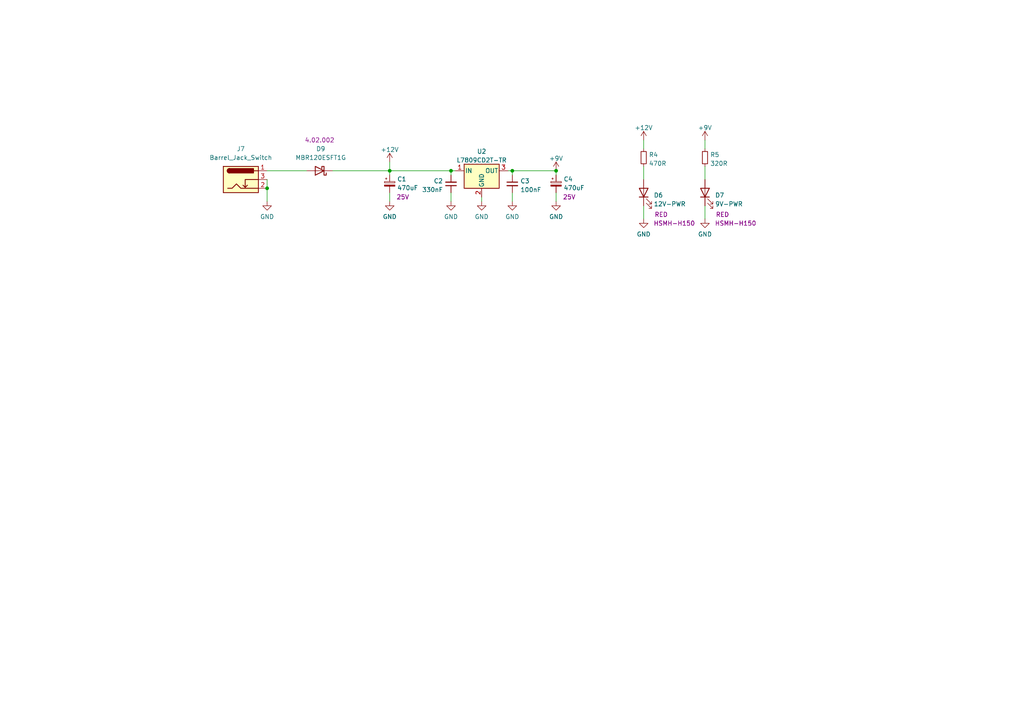
<source format=kicad_sch>
(kicad_sch (version 20211123) (generator eeschema)
  (paper "A4")
  (lib_symbols
    (symbol "Connector:Barrel_Jack_Switch" (pin_names hide)
      (property "Reference" "J" (at 0 5.334 0))
      (property "Value" "Barrel_Jack_Switch" (at 0 -5.08 0))
      (symbol "Barrel_Jack_Switch_0_1"
        (rectangle (start -5.08 3.81) (end 5.08 -3.81) (stroke (width 0.254)) (fill (type background)))
        (arc (start -3.302 3.175) (mid -3.937 2.54) (end -3.302 1.905) (stroke (width 0.254)))
        (arc (start -3.302 3.175) (mid -3.937 2.54) (end -3.302 1.905) (stroke (width 0.254)) (fill (type outline)))
        (polyline (pts (xy 1.27 -2.286) (xy 1.905 -1.651)) (stroke (width 0.254)))
        (polyline (pts (xy 5.08 2.54) (xy 3.81 2.54)) (stroke (width 0.254)))
        (polyline (pts (xy 5.08 0) (xy 1.27 0) (xy 1.27 -2.286) (xy 0.635 -1.651)) (stroke (width 0.254)))
        (polyline (pts (xy -3.81 -2.54) (xy -2.54 -2.54) (xy -1.27 -1.27) (xy 0 -2.54) (xy 2.54 -2.54) (xy 5.08 -2.54)) (stroke (width 0.254)))
        (rectangle (start 3.683 3.175) (end -3.302 1.905) (stroke (width 0.254)) (fill (type outline)))
      )
      (symbol "Barrel_Jack_Switch_1_1"
        (pin passive line (at 7.62 2.54 180) (length 2.54) (name "~") (number "1"))
        (pin passive line (at 7.62 -2.54 180) (length 2.54) (name "~") (number "2"))
        (pin passive line (at 7.62 0 180) (length 2.54) (name "~") (number "3"))
      )
    )
    (symbol "Device:C_Polarized_Small" (pin_numbers hide) (pin_names (offset 0.254) hide)
      (property "Reference" "C" (at 0.254 1.778 0))
      (property "Value" "C_Polarized_Small" (at 0.254 -2.032 0))
      (symbol "C_Polarized_Small_0_1"
        (rectangle (start -1.524 -0.3048) (end 1.524 -0.6858) (fill (type outline)))
        (rectangle (start -1.524 0.6858) (end 1.524 0.3048))
        (polyline (pts (xy -1.27 1.524) (xy -0.762 1.524)))
        (polyline (pts (xy -1.016 1.27) (xy -1.016 1.778)))
      )
      (symbol "C_Polarized_Small_1_1"
        (pin passive line (at 0 2.54 270) (length 1.8542) (name "~") (number "1"))
        (pin passive line (at 0 -2.54 90) (length 1.8542) (name "~") (number "2"))
      )
    )
    (symbol "Device:C_Small" (pin_numbers hide) (pin_names (offset 0.254) hide)
      (property "Reference" "C" (at 0.254 1.778 0))
      (property "Value" "C_Small" (at 0.254 -2.032 0))
      (symbol "C_Small_0_1"
        (polyline (pts (xy -1.524 -0.508) (xy 1.524 -0.508)) (stroke (width 0.3302)))
        (polyline (pts (xy -1.524 0.508) (xy 1.524 0.508)) (stroke (width 0.3048)))
      )
      (symbol "C_Small_1_1"
        (pin passive line (at 0 2.54 270) (length 2.032) (name "~") (number "1"))
        (pin passive line (at 0 -2.54 90) (length 2.032) (name "~") (number "2"))
      )
    )
    (symbol "Device:D_Schottky" (pin_numbers hide) (pin_names (offset 1.016) hide)
      (property "Reference" "D" (at 0 2.54 0))
      (property "Value" "D_Schottky" (at 0 -2.54 0))
      (symbol "D_Schottky_0_1"
        (polyline (pts (xy 1.27 0) (xy -1.27 0)))
        (polyline (pts (xy 1.27 1.27) (xy 1.27 -1.27) (xy -1.27 0) (xy 1.27 1.27)) (stroke (width 0.254)))
        (polyline (pts (xy -1.905 0.635) (xy -1.905 1.27) (xy -1.27 1.27) (xy -1.27 -1.27) (xy -0.635 -1.27) (xy -0.635 -0.635)) (stroke (width 0.254)))
      )
      (symbol "D_Schottky_1_1"
        (pin passive line (at -3.81 0 0) (length 2.54) (name "K") (number "1"))
        (pin passive line (at 3.81 0 180) (length 2.54) (name "A") (number "2"))
      )
    )
    (symbol "Device:LED" (pin_numbers hide) (pin_names (offset 1.016) hide)
      (property "Reference" "D" (at 0 2.54 0))
      (property "Value" "LED" (at 0 -2.54 0))
      (symbol "LED_0_1"
        (polyline (pts (xy -1.27 -1.27) (xy -1.27 1.27)) (stroke (width 0.254)))
        (polyline (pts (xy -1.27 0) (xy 1.27 0)))
        (polyline (pts (xy 1.27 -1.27) (xy 1.27 1.27) (xy -1.27 0) (xy 1.27 -1.27)) (stroke (width 0.254)))
        (polyline (pts (xy -3.048 -0.762) (xy -4.572 -2.286) (xy -3.81 -2.286) (xy -4.572 -2.286) (xy -4.572 -1.524)))
        (polyline (pts (xy -1.778 -0.762) (xy -3.302 -2.286) (xy -2.54 -2.286) (xy -3.302 -2.286) (xy -3.302 -1.524)))
      )
      (symbol "LED_1_1"
        (pin passive line (at -3.81 0 0) (length 2.54) (name "K") (number "1"))
        (pin passive line (at 3.81 0 180) (length 2.54) (name "A") (number "2"))
      )
    )
    (symbol "Device:R_Small" (pin_numbers hide) (pin_names (offset 0.254) hide)
      (property "Reference" "R" (at 0.762 0.508 0))
      (property "Value" "R_Small" (at 0.762 -1.016 0))
      (symbol "R_Small_0_1"
        (rectangle (start -0.762 1.778) (end 0.762 -1.778) (stroke (width 0.2032)))
      )
      (symbol "R_Small_1_1"
        (pin passive line (at 0 2.54 270) (length 0.762) (name "~") (number "1"))
        (pin passive line (at 0 -2.54 90) (length 0.762) (name "~") (number "2"))
      )
    )
    (symbol "Regulator_Linear:L7809" (pin_names (offset 0.254))
      (property "Reference" "U" (at -3.81 3.175 0))
      (property "Value" "L7809" (at 0 3.175 0))
      (symbol "L7809_0_1"
        (rectangle (start -5.08 1.905) (end 5.08 -5.08) (stroke (width 0.254)) (fill (type background)))
      )
      (symbol "L7809_1_1"
        (pin power_in line (at -7.62 0 0) (length 2.54) (name "IN") (number "1"))
        (pin power_in line (at 0 -7.62 90) (length 2.54) (name "GND") (number "2"))
        (pin power_out line (at 7.62 0 180) (length 2.54) (name "OUT") (number "3"))
      )
    )
    (symbol "power:+12V" (power) (pin_names (offset 0))
      (property "Value" "+12V" (at 0 3.556 0))
      (symbol "+12V_0_1"
        (polyline (pts (xy -0.762 1.27) (xy 0 2.54)))
        (polyline (pts (xy 0 0) (xy 0 2.54)))
        (polyline (pts (xy 0 2.54) (xy 0.762 1.27)))
      )
      (symbol "+12V_1_1"
        (pin power_in line (at 0 0 90) (length 0) hide (name "+12V") (number "1"))
      )
    )
    (symbol "power:+9V" (power) (pin_names (offset 0))
      (property "Value" "+9V" (at 0 3.556 0))
      (symbol "+9V_0_1"
        (polyline (pts (xy -0.762 1.27) (xy 0 2.54)))
        (polyline (pts (xy 0 0) (xy 0 2.54)))
        (polyline (pts (xy 0 2.54) (xy 0.762 1.27)))
      )
      (symbol "+9V_1_1"
        (pin power_in line (at 0 0 90) (length 0) hide (name "+9V") (number "1"))
      )
    )
    (symbol "power:GND" (power) (pin_names (offset 0))
      (property "Value" "GND" (at 0 -3.81 0))
      (symbol "GND_0_1"
        (polyline (pts (xy 0 0) (xy 0 -1.27) (xy 1.27 -1.27) (xy 0 -2.54) (xy -1.27 -1.27) (xy 0 -1.27)))
      )
      (symbol "GND_1_1"
        (pin power_in line (at 0 0 270) (length 0) hide (name "GND") (number "1"))
      )
    )
  )
  (junction (at 113.03 49.53))
  (junction (at 161.29 49.53))
  (junction (at 130.81 49.53))
  (junction (at 148.59 49.53))
  (junction (at 77.47 54.61))
  (wire (pts (xy 130.81 55.88) (xy 130.81 58.42)))
  (wire (pts (xy 204.47 40.64) (xy 204.47 43.18)))
  (wire (pts (xy 77.47 49.53) (xy 88.9 49.53)))
  (wire (pts (xy 113.03 46.99) (xy 113.03 49.53)))
  (wire (pts (xy 113.03 55.88) (xy 113.03 58.42)))
  (wire (pts (xy 161.29 55.88) (xy 161.29 58.42)))
  (wire (pts (xy 113.03 50.8) (xy 113.03 49.53)))
  (wire (pts (xy 77.47 54.61) (xy 77.47 58.42)))
  (wire (pts (xy 148.59 55.88) (xy 148.59 58.42)))
  (wire (pts (xy 77.47 52.07) (xy 77.47 54.61)))
  (wire (pts (xy 139.7 57.15) (xy 139.7 58.42)))
  (wire (pts (xy 186.69 48.26) (xy 186.69 52.07)))
  (wire (pts (xy 204.47 48.26) (xy 204.47 52.07)))
  (wire (pts (xy 147.32 49.53) (xy 148.59 49.53)))
  (wire (pts (xy 148.59 49.53) (xy 161.29 49.53)))
  (wire (pts (xy 148.59 49.53) (xy 148.59 50.8)))
  (wire (pts (xy 161.29 49.53) (xy 161.29 50.8)))
  (wire (pts (xy 130.81 50.8) (xy 130.81 49.53)))
  (wire (pts (xy 113.03 49.53) (xy 130.81 49.53)))
  (wire (pts (xy 186.69 59.69) (xy 186.69 63.5)))
  (wire (pts (xy 130.81 49.53) (xy 132.08 49.53)))
  (wire (pts (xy 186.69 40.64) (xy 186.69 43.18)))
  (wire (pts (xy 204.47 59.69) (xy 204.47 63.5)))
  (wire (pts (xy 96.52 49.53) (xy 113.03 49.53)))
  (symbol (lib_id "power:GND") (at 161.29 58.42 0) (unit 1)
    (property "Reference" "#PWR012" (effects hide))
    (property "Value" "GND" (at 161.29 62.8634 0))
  )
  (symbol (lib_id "power:GND") (at 204.47 63.5 0) (unit 1)
    (property "Reference" "#PWR016" (effects hide))
    (property "Value" "GND" (at 204.47 67.9434 0))
  )
  (symbol (lib_id "power:GND") (at 148.59 58.42 0) (unit 1)
    (property "Reference" "#PWR010" (effects hide))
    (property "Value" "GND" (at 148.59 62.8634 0))
  )
  (symbol (lib_id "Device:C_Polarized_Small") (at 113.03 53.34 0) (unit 1)
    (property "Reference" "C1" (at 115.189 51.9592 0) (effects (justify left)))
    (property "Value" "470uF" (at 115.189 54.4961 0) (effects (justify left)))
    (property "Footprint" "Capacitor_SMD:CP_Elec_10x14.3" (effects hide))
    (property "voltage_rating" "25V" (at 116.84 57.15 0))
    (property "MPN" "865080562016" (effects hide))
  )
  (symbol (lib_id "power:GND") (at 130.81 58.42 0) (unit 1)
    (property "Reference" "#PWR08" (effects hide))
    (property "Value" "GND" (at 130.81 62.8634 0))
  )
  (symbol (lib_id "power:+9V") (at 204.47 40.64 0) (unit 1)
    (property "Reference" "#PWR015" (effects hide))
    (property "Value" "+9V" (at 204.47 37.0642 0))
  )
  (symbol (lib_id "Device:R_Small") (at 204.47 45.72 0) (unit 1)
    (property "Reference" "R5" (at 205.9686 44.8853 0) (effects (justify left)))
    (property "Value" "320R" (at 205.9686 47.4222 0) (effects (justify left)))
    (property "Footprint" "Resistor_SMD:R_1206_3216Metric" (effects hide))
  )
  (symbol (lib_id "power:GND") (at 113.03 58.42 0) (unit 1)
    (property "Reference" "#PWR07" (effects hide))
    (property "Value" "GND" (at 113.03 62.8634 0))
  )
  (symbol (lib_id "Device:LED") (at 204.47 55.88 90) (unit 1)
    (property "Reference" "D7" (at 207.391 56.6328 90) (effects (justify right)))
    (property "Value" "9V-PWR" (at 207.391 59.1697 90) (effects (justify right)))
    (property "Footprint" "LED_SMD:LED_1206_3216Metric" (effects hide))
    (property "Color" "RED" (at 209.55 62.23 90))
    (property "ref" "HSMH-H150" (at 213.36 64.77 90))
  )
  (symbol (lib_id "Device:C_Small") (at 148.59 53.34 0) (mirror y) (unit 1)
    (property "Reference" "C3" (at 150.9141 52.5116 0) (effects (justify right)))
    (property "Value" "100nF" (at 150.9141 55.0485 0) (effects (justify right)))
    (property "Footprint" "Capacitor_SMD:C_1206_3216Metric" (effects hide))
  )
  (symbol (lib_id "Regulator_Linear:L7809") (at 139.7 49.53 0) (unit 1)
    (property "Reference" "U2" (at 139.7 43.9252 0))
    (property "Value" "L7809CD2T-TR" (at 139.7 46.4621 0))
    (property "Footprint" "Package_TO_SOT_SMD:TO-263-2" (effects hide))
    (property "Datasheet" "http://www.st.com/content/ccc/resource/technical/document/datasheet/41/4f/b3/b0/12/d4/47/88/CD00000444.pdf/files/CD00000444.pdf/jcr:content/translations/en.CD00000444.pdf" (effects hide))
    (property "Farnell" "2849720" (effects hide))
  )
  (symbol (lib_id "Device:D_Schottky") (at 92.71 49.53 180) (unit 1)
    (property "Reference" "D9" (at 93.0275 43.18 0))
    (property "Value" "MBR120ESFT1G" (at 93.0275 45.72 0))
    (property "Footprint" "Diode_SMD:D_SOD-123F" (effects hide))
    (property "internalRef" "4.02.002" (at 92.71 40.64 0))
  )
  (symbol (lib_id "Device:C_Polarized_Small") (at 161.29 53.34 0) (unit 1)
    (property "Reference" "C4" (at 163.449 51.9592 0) (effects (justify left)))
    (property "Value" "470uF" (at 163.449 54.4961 0) (effects (justify left)))
    (property "Footprint" "Capacitor_SMD:CP_Elec_10x14.3" (effects hide))
    (property "voltage_rating" "25V" (at 165.1 57.15 0))
    (property "MPN" "865080562016" (effects hide))
  )
  (symbol (lib_id "Device:LED") (at 186.69 55.88 90) (unit 1)
    (property "Reference" "D6" (at 189.611 56.6328 90) (effects (justify right)))
    (property "Value" "12V-PWR" (at 189.611 59.1697 90) (effects (justify right)))
    (property "Footprint" "LED_SMD:LED_1206_3216Metric" (effects hide))
    (property "Color" "RED" (at 191.77 62.23 90))
    (property "ref" "HSMH-H150" (at 195.58 64.77 90))
  )
  (symbol (lib_id "power:GND") (at 77.47 58.42 0) (unit 1)
    (property "Reference" "#PWR031" (effects hide))
    (property "Value" "GND" (at 77.47 62.8634 0))
  )
  (symbol (lib_id "power:GND") (at 186.69 63.5 0) (unit 1)
    (property "Reference" "#PWR014" (effects hide))
    (property "Value" "GND" (at 186.69 67.9434 0))
  )
  (symbol (lib_id "Device:C_Small") (at 130.81 53.34 0) (mirror x) (unit 1)
    (property "Reference" "C2" (at 128.4859 52.4989 0) (effects (justify right)))
    (property "Value" "330nF" (at 128.4859 55.0358 0) (effects (justify right)))
    (property "Footprint" "Capacitor_SMD:C_1206_3216Metric" (effects hide))
  )
  (symbol (lib_id "power:+12V") (at 113.03 46.99 0) (unit 1)
    (property "Reference" "#PWR06" (effects hide))
    (property "Value" "+12V" (at 113.03 43.4142 0))
  )
  (symbol (lib_id "power:+12V") (at 186.69 40.64 0) (unit 1)
    (property "Reference" "#PWR013" (effects hide))
    (property "Value" "+12V" (at 186.69 37.0642 0))
  )
  (symbol (lib_id "power:+9V") (at 161.29 49.53 0) (unit 1)
    (property "Reference" "#PWR011" (effects hide))
    (property "Value" "+9V" (at 161.29 45.9542 0))
  )
  (symbol (lib_id "Device:R_Small") (at 186.69 45.72 0) (unit 1)
    (property "Reference" "R4" (at 188.1886 44.8853 0) (effects (justify left)))
    (property "Value" "470R" (at 188.1886 47.4222 0) (effects (justify left)))
    (property "Footprint" "Resistor_SMD:R_1206_3216Metric" (effects hide))
  )
  (symbol (lib_id "Connector:Barrel_Jack_Switch") (at 69.85 52.07 0) (unit 1)
    (property "Reference" "J7" (at 69.85 43.18 0))
    (property "Value" "Barrel_Jack_Switch" (at 69.85 45.72 0))
    (property "Footprint" "mt_lib:BarrelJack_Horizontal" (effects hide))
  )
  (symbol (lib_id "power:GND") (at 139.7 58.42 0) (unit 1)
    (property "Reference" "#PWR09" (effects hide))
    (property "Value" "GND" (at 139.7 62.8634 0))
  )
)
</source>
